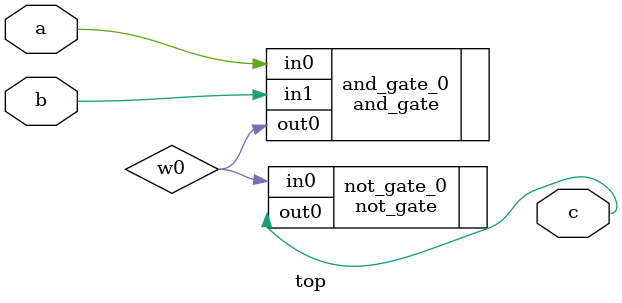
<source format=v>

module top(
    input a,
    input b,
    output c
    );
    wire w0;
    
    and_gate and_gate_0(.in0(a), .in1(b), .out0(w0));
    not_gate not_gate_0(.in0(w0), .out0(c));
    
endmodule

</source>
